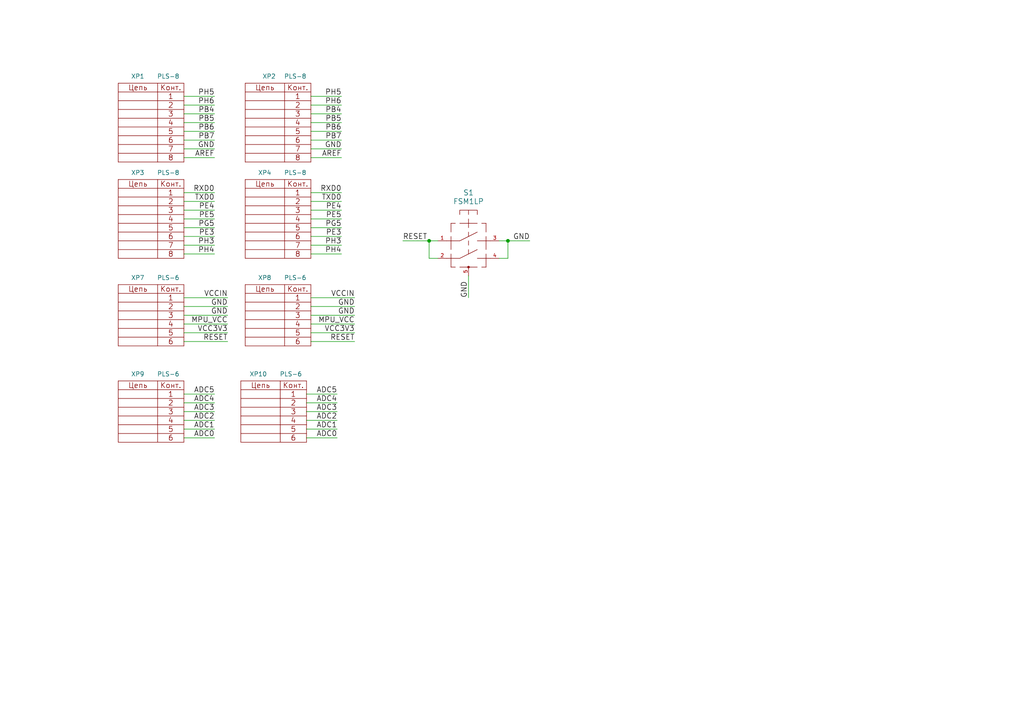
<source format=kicad_sch>
(kicad_sch (version 20211123) (generator eeschema)
  (paper "A4")
  (title_block (date "11 mar 2015"))
  (lib_symbols
    (symbol "LFbutton:button_smd_1" (pin_names (offset 1.016))
      (property "Reference" "S" (at 8.89 13.97 0))
      (property "Value" "button_smd_1" (at 8.89 11.43 0))
      (symbol "button_smd_1_0_1"
        (polyline (pts (xy 2.54 0) (xy 6.35 0)))
        (polyline (pts (xy 3.81 -7.62) (xy 5.08 -7.62)))
        (polyline (pts (xy 3.81 -3.81) (xy 3.81 -7.62)))
        (polyline (pts (xy 3.81 1.27) (xy 3.81 -2.54)))
        (polyline (pts (xy 3.81 2.54) (xy 3.81 5.08)))
        (polyline (pts (xy 3.81 5.08) (xy 5.08 5.08)))
        (polyline (pts (xy 6.35 -7.62) (xy 11.43 -7.62)))
        (polyline (pts (xy 6.35 0) (xy 11.43 2.54)))
        (polyline (pts (xy 6.35 5.08) (xy 11.43 5.08)))
        (polyline (pts (xy 6.35 8.89) (xy 6.35 7.62)))
        (polyline (pts (xy 8.89 -3.81) (xy 8.89 -2.54)))
        (polyline (pts (xy 8.89 -1.27) (xy 8.89 0)))
        (polyline (pts (xy 8.89 1.27) (xy 8.89 2.54)))
        (polyline (pts (xy 8.89 6.35) (xy 8.89 3.81)))
        (polyline (pts (xy 8.89 7.62) (xy 8.89 8.89)))
        (polyline (pts (xy 11.43 -5.08) (xy 15.24 -5.08)))
        (polyline (pts (xy 11.43 0) (xy 15.24 0)))
        (polyline (pts (xy 12.7 -7.62) (xy 13.97 -7.62)))
        (polyline (pts (xy 12.7 5.08) (xy 13.97 5.08)))
        (polyline (pts (xy 13.97 -3.81) (xy 13.97 -7.62)))
        (polyline (pts (xy 13.97 1.27) (xy 13.97 -2.54)))
        (polyline (pts (xy 13.97 2.54) (xy 13.97 5.08)))
        (polyline (pts (xy 2.54 -5.08) (xy 6.35 -5.08) (xy 11.43 -2.54)))
        (polyline (pts (xy 6.35 8.89) (xy 11.43 8.89) (xy 11.43 7.62)))
        (circle (center 8.89 -7.62) (radius 0.2794) (fill (type outline)))
      )
      (symbol "button_smd_1_1_1"
        (pin passive line (at 0 0 0) (length 2.54) (name "~") (number "1"))
        (pin passive line (at 0 -5.08 0) (length 2.54) (name "~") (number "2"))
        (pin passive line (at 17.78 0 180) (length 2.54) (name "~") (number "3"))
        (pin passive line (at 17.78 -5.08 180) (length 2.54) (name "~") (number "4"))
        (pin passive line (at 8.89 -10.16 90) (length 2.54) (name "~") (number "5"))
      )
    )
    (symbol "LFconnectors:connector_6pin_gost" (pin_numbers hide) (pin_names (offset 1.016) hide)
      (property "Reference" "X" (at 6.985 7.62 0))
      (property "Value" "connector_6pin_gost" (at -1.27 5.08 0))
      (symbol "connector_6pin_gost_0_0"
        (polyline (pts (xy 0 -13.97) (xy 19.05 -13.97)))
        (polyline (pts (xy 0 -11.43) (xy 19.05 -11.43)))
        (polyline (pts (xy 0 -8.89) (xy 19.05 -8.89)))
        (polyline (pts (xy 0 -6.35) (xy 19.05 -6.35)))
        (polyline (pts (xy 0 -3.81) (xy 19.05 -3.81)))
        (polyline (pts (xy 0 1.27) (xy 19.05 1.27)))
        (polyline (pts (xy 0 3.81) (xy 0 -13.97)))
        (polyline (pts (xy 7.62 3.81) (xy 7.62 -13.97)))
        (polyline (pts (xy 19.05 -1.27) (xy 0 -1.27)))
        (polyline (pts (xy 19.05 3.81) (xy 19.05 -13.97)))
        (text "1" (at 3.81 0 0) (effects (font (size 1.524 1.524))))
        (text "2" (at 3.81 -2.54 0) (effects (font (size 1.524 1.524))))
        (text "3" (at 3.81 -5.08 0) (effects (font (size 1.524 1.524))))
        (text "4" (at 3.81 -7.62 0) (effects (font (size 1.524 1.524))))
        (text "5" (at 3.81 -10.16 0) (effects (font (size 1.524 1.524))))
        (text "6" (at 3.81 -12.7 0) (effects (font (size 1.524 1.524))))
        (text "Конт." (at 3.81 2.54 0) (effects (font (size 1.524 1.524))))
        (text "Цепь" (at 13.335 2.54 0) (effects (font (size 1.524 1.524))))
      )
      (symbol "connector_6pin_gost_0_1"
        (polyline (pts (xy 0 3.81) (xy 19.05 3.81)))
      )
      (symbol "connector_6pin_gost_1_1"
        (pin passive line (at 0 0 0) (length 0) (name "~") (number "1"))
        (pin passive line (at 0 -2.54 0) (length 0) (name "~") (number "2"))
        (pin passive line (at 0 -5.08 0) (length 0) (name "~") (number "3"))
        (pin passive line (at 0 -7.62 0) (length 0) (name "~") (number "4"))
        (pin passive line (at 0 -10.16 0) (length 0) (name "~") (number "5"))
        (pin passive line (at 0 -12.7 0) (length 0) (name "~") (number "6"))
      )
    )
    (symbol "LFconnectors:connector_8pin_gost" (pin_numbers hide) (pin_names (offset 1.016) hide)
      (property "Reference" "X" (at 6.985 7.62 0))
      (property "Value" "connector_8pin_gost" (at -1.27 5.08 0))
      (symbol "connector_8pin_gost_0_0"
        (polyline (pts (xy 0 -19.05) (xy 0 3.81)))
        (polyline (pts (xy 0 -19.05) (xy 19.05 -19.05)))
        (polyline (pts (xy 0 -16.51) (xy 19.05 -16.51)))
        (polyline (pts (xy 0 -13.97) (xy 19.05 -13.97)))
        (polyline (pts (xy 0 -11.43) (xy 19.05 -11.43)))
        (polyline (pts (xy 0 -8.89) (xy 19.05 -8.89)))
        (polyline (pts (xy 0 -6.35) (xy 19.05 -6.35)))
        (polyline (pts (xy 0 -3.81) (xy 19.05 -3.81)))
        (polyline (pts (xy 0 1.27) (xy 19.05 1.27)))
        (polyline (pts (xy 7.62 3.81) (xy 7.62 -19.05)))
        (polyline (pts (xy 19.05 -1.27) (xy 0 -1.27)))
        (polyline (pts (xy 19.05 3.81) (xy 19.05 -19.05)))
        (text "1" (at 3.81 0 0) (effects (font (size 1.524 1.524))))
        (text "2" (at 3.81 -2.54 0) (effects (font (size 1.524 1.524))))
        (text "3" (at 3.81 -5.08 0) (effects (font (size 1.524 1.524))))
        (text "4" (at 3.81 -7.62 0) (effects (font (size 1.524 1.524))))
        (text "5" (at 3.81 -10.16 0) (effects (font (size 1.524 1.524))))
        (text "6" (at 3.81 -12.7 0) (effects (font (size 1.524 1.524))))
        (text "7" (at 3.81 -15.24 0) (effects (font (size 1.524 1.524))))
        (text "8" (at 3.81 -17.78 0) (effects (font (size 1.524 1.524))))
        (text "Конт." (at 3.81 2.54 0) (effects (font (size 1.524 1.524))))
        (text "Цепь" (at 13.335 2.54 0) (effects (font (size 1.524 1.524))))
      )
      (symbol "connector_8pin_gost_0_1"
        (polyline (pts (xy 0 3.81) (xy 19.05 3.81)))
      )
      (symbol "connector_8pin_gost_1_1"
        (pin passive line (at 0 0 0) (length 0) (name "~") (number "1"))
        (pin passive line (at 0 -2.54 0) (length 0) (name "~") (number "2"))
        (pin passive line (at 0 -5.08 0) (length 0) (name "~") (number "3"))
        (pin passive line (at 0 -7.62 0) (length 0) (name "~") (number "4"))
        (pin passive line (at 0 -10.16 0) (length 0) (name "~") (number "5"))
        (pin passive line (at 0 -12.7 0) (length 0) (name "~") (number "6"))
        (pin passive line (at 0 -15.24 0) (length 0) (name "~") (number "7"))
        (pin passive line (at 0 -17.78 0) (length 0) (name "~") (number "8"))
      )
    )
  )
  (junction (at 147.32 69.85))
  (junction (at 124.46 69.85))
  (wire (pts (xy 90.17 66.04) (xy 99.06 66.04)))
  (wire (pts (xy 53.34 86.36) (xy 66.04 86.36)))
  (wire (pts (xy 90.17 35.56) (xy 99.06 35.56)))
  (wire (pts (xy 53.34 91.44) (xy 66.04 91.44)))
  (wire (pts (xy 90.17 38.1) (xy 99.06 38.1)))
  (wire (pts (xy 53.34 116.84) (xy 62.23 116.84)))
  (wire (pts (xy 53.34 27.94) (xy 62.23 27.94)))
  (wire (pts (xy 88.9 116.84) (xy 97.79 116.84)))
  (wire (pts (xy 53.34 73.66) (xy 62.23 73.66)))
  (wire (pts (xy 90.17 93.98) (xy 102.87 93.98)))
  (wire (pts (xy 53.34 35.56) (xy 62.23 35.56)))
  (wire (pts (xy 53.34 114.3) (xy 62.23 114.3)))
  (wire (pts (xy 53.34 71.12) (xy 62.23 71.12)))
  (wire (pts (xy 53.34 33.02) (xy 62.23 33.02)))
  (wire (pts (xy 53.34 66.04) (xy 62.23 66.04)))
  (wire (pts (xy 90.17 91.44) (xy 102.87 91.44)))
  (wire (pts (xy 90.17 40.64) (xy 99.06 40.64)))
  (wire (pts (xy 90.17 99.06) (xy 102.87 99.06)))
  (wire (pts (xy 53.34 99.06) (xy 66.04 99.06)))
  (wire (pts (xy 53.34 40.64) (xy 62.23 40.64)))
  (wire (pts (xy 147.32 74.93) (xy 144.78 74.93)))
  (wire (pts (xy 53.34 119.38) (xy 62.23 119.38)))
  (wire (pts (xy 53.34 58.42) (xy 62.23 58.42)))
  (wire (pts (xy 147.32 69.85) (xy 147.32 74.93)))
  (wire (pts (xy 53.34 60.96) (xy 62.23 60.96)))
  (wire (pts (xy 53.34 30.48) (xy 62.23 30.48)))
  (wire (pts (xy 53.34 43.18) (xy 62.23 43.18)))
  (wire (pts (xy 90.17 71.12) (xy 99.06 71.12)))
  (wire (pts (xy 90.17 55.88) (xy 99.06 55.88)))
  (wire (pts (xy 90.17 43.18) (xy 99.06 43.18)))
  (wire (pts (xy 90.17 86.36) (xy 102.87 86.36)))
  (wire (pts (xy 116.84 69.85) (xy 124.46 69.85)))
  (wire (pts (xy 88.9 114.3) (xy 97.79 114.3)))
  (wire (pts (xy 53.34 96.52) (xy 66.04 96.52)))
  (wire (pts (xy 90.17 58.42) (xy 99.06 58.42)))
  (wire (pts (xy 53.34 63.5) (xy 62.23 63.5)))
  (wire (pts (xy 90.17 73.66) (xy 99.06 73.66)))
  (wire (pts (xy 90.17 60.96) (xy 99.06 60.96)))
  (wire (pts (xy 90.17 68.58) (xy 99.06 68.58)))
  (wire (pts (xy 53.34 121.92) (xy 62.23 121.92)))
  (wire (pts (xy 53.34 45.72) (xy 62.23 45.72)))
  (wire (pts (xy 144.78 69.85) (xy 147.32 69.85)))
  (wire (pts (xy 124.46 69.85) (xy 127 69.85)))
  (wire (pts (xy 90.17 96.52) (xy 102.87 96.52)))
  (wire (pts (xy 88.9 121.92) (xy 97.79 121.92)))
  (wire (pts (xy 90.17 63.5) (xy 99.06 63.5)))
  (wire (pts (xy 53.34 127) (xy 62.23 127)))
  (wire (pts (xy 53.34 88.9) (xy 66.04 88.9)))
  (wire (pts (xy 90.17 33.02) (xy 99.06 33.02)))
  (wire (pts (xy 53.34 55.88) (xy 62.23 55.88)))
  (wire (pts (xy 53.34 93.98) (xy 66.04 93.98)))
  (wire (pts (xy 124.46 74.93) (xy 124.46 69.85)))
  (wire (pts (xy 90.17 45.72) (xy 99.06 45.72)))
  (wire (pts (xy 90.17 27.94) (xy 99.06 27.94)))
  (wire (pts (xy 127 74.93) (xy 124.46 74.93)))
  (wire (pts (xy 88.9 127) (xy 97.79 127)))
  (wire (pts (xy 90.17 30.48) (xy 99.06 30.48)))
  (wire (pts (xy 135.89 80.01) (xy 135.89 86.36)))
  (wire (pts (xy 53.34 124.46) (xy 62.23 124.46)))
  (wire (pts (xy 90.17 88.9) (xy 102.87 88.9)))
  (wire (pts (xy 147.32 69.85) (xy 153.67 69.85)))
  (wire (pts (xy 88.9 124.46) (xy 97.79 124.46)))
  (wire (pts (xy 53.34 38.1) (xy 62.23 38.1)))
  (wire (pts (xy 53.34 68.58) (xy 62.23 68.58)))
  (wire (pts (xy 88.9 119.38) (xy 97.79 119.38)))
  (label "TXD0" (at 62.23 58.42 180) (effects (font (size 1.524 1.524))))
  (label "MPU_VCC" (at 66.04 93.98 180) (effects (font (size 1.524 1.524))))
  (label "GND" (at 99.06 43.18 180) (effects (font (size 1.524 1.524))))
  (label "ADC0" (at 97.79 127 180) (effects (font (size 1.524 1.524))))
  (label "RXD0" (at 62.23 55.88 180) (effects (font (size 1.524 1.524))))
  (label "GND" (at 135.89 86.36 90) (effects (font (size 1.524 1.524))))
  (label "GND" (at 153.67 69.85 180) (effects (font (size 1.524 1.524))))
  (label "PE4" (at 62.23 60.96 180) (effects (font (size 1.524 1.524))))
  (label "PB5" (at 99.06 35.56 180) (effects (font (size 1.524 1.524))))
  (label "PH3" (at 99.06 71.12 180) (effects (font (size 1.524 1.524))))
  (label "GND" (at 62.23 43.18 180) (effects (font (size 1.524 1.524))))
  (label "TXD0" (at 99.06 58.42 180) (effects (font (size 1.524 1.524))))
  (label "MPU_VCC" (at 102.87 93.98 180) (effects (font (size 1.524 1.524))))
  (label "ADC4" (at 97.79 116.84 180) (effects (font (size 1.524 1.524))))
  (label "ADC1" (at 62.23 124.46 180) (effects (font (size 1.524 1.524))))
  (label "PE5" (at 62.23 63.5 180) (effects (font (size 1.524 1.524))))
  (label "RESET" (at 102.87 99.06 180) (effects (font (size 1.524 1.524))))
  (label "ADC2" (at 97.79 121.92 180) (effects (font (size 1.524 1.524))))
  (label "VCC3V3" (at 66.04 96.52 180) (effects (font (size 1.524 1.524))))
  (label "PE4" (at 99.06 60.96 180) (effects (font (size 1.524 1.524))))
  (label "PB4" (at 99.06 33.02 180) (effects (font (size 1.524 1.524))))
  (label "GND" (at 102.87 91.44 180) (effects (font (size 1.524 1.524))))
  (label "PB5" (at 62.23 35.56 180) (effects (font (size 1.524 1.524))))
  (label "PH6" (at 99.06 30.48 180) (effects (font (size 1.524 1.524))))
  (label "RXD0" (at 99.06 55.88 180) (effects (font (size 1.524 1.524))))
  (label "PH4" (at 99.06 73.66 180) (effects (font (size 1.524 1.524))))
  (label "RESET" (at 116.84 69.85 0) (effects (font (size 1.524 1.524))))
  (label "ADC3" (at 62.23 119.38 180) (effects (font (size 1.524 1.524))))
  (label "PB4" (at 62.23 33.02 180) (effects (font (size 1.524 1.524))))
  (label "ADC2" (at 62.23 121.92 180) (effects (font (size 1.524 1.524))))
  (label "AREF" (at 99.06 45.72 180) (effects (font (size 1.524 1.524))))
  (label "PG5" (at 99.06 66.04 180) (effects (font (size 1.524 1.524))))
  (label "GND" (at 66.04 91.44 180) (effects (font (size 1.524 1.524))))
  (label "PB7" (at 62.23 40.64 180) (effects (font (size 1.524 1.524))))
  (label "ADC1" (at 97.79 124.46 180) (effects (font (size 1.524 1.524))))
  (label "PE3" (at 99.06 68.58 180) (effects (font (size 1.524 1.524))))
  (label "PH4" (at 62.23 73.66 180) (effects (font (size 1.524 1.524))))
  (label "ADC5" (at 62.23 114.3 180) (effects (font (size 1.524 1.524))))
  (label "PB6" (at 62.23 38.1 180) (effects (font (size 1.524 1.524))))
  (label "PE5" (at 99.06 63.5 180) (effects (font (size 1.524 1.524))))
  (label "PH5" (at 62.23 27.94 180) (effects (font (size 1.524 1.524))))
  (label "ADC3" (at 97.79 119.38 180) (effects (font (size 1.524 1.524))))
  (label "GND" (at 66.04 88.9 180) (effects (font (size 1.524 1.524))))
  (label "PG5" (at 62.23 66.04 180) (effects (font (size 1.524 1.524))))
  (label "ADC0" (at 62.23 127 180) (effects (font (size 1.524 1.524))))
  (label "PB7" (at 99.06 40.64 180) (effects (font (size 1.524 1.524))))
  (label "ADC5" (at 97.79 114.3 180) (effects (font (size 1.524 1.524))))
  (label "PH6" (at 62.23 30.48 180) (effects (font (size 1.524 1.524))))
  (label "VCCIN" (at 66.04 86.36 180) (effects (font (size 1.524 1.524))))
  (label "PH5" (at 99.06 27.94 180) (effects (font (size 1.524 1.524))))
  (label "RESET" (at 66.04 99.06 180) (effects (font (size 1.524 1.524))))
  (label "VCCIN" (at 102.87 86.36 180) (effects (font (size 1.524 1.524))))
  (label "PE3" (at 62.23 68.58 180) (effects (font (size 1.524 1.524))))
  (label "PH3" (at 62.23 71.12 180) (effects (font (size 1.524 1.524))))
  (label "AREF" (at 62.23 45.72 180) (effects (font (size 1.524 1.524))))
  (label "PB6" (at 99.06 38.1 180) (effects (font (size 1.524 1.524))))
  (label "GND" (at 102.87 88.9 180) (effects (font (size 1.524 1.524))))
  (label "VCC3V3" (at 102.87 96.52 180) (effects (font (size 1.524 1.524))))
  (label "ADC4" (at 62.23 116.84 180) (effects (font (size 1.524 1.524))))
  (symbol (lib_id "LFconnectors:connector_8pin_gost") (at 53.34 27.94 0) (mirror y) (unit 1)
    (property "Reference" "XP1" (at 41.91 22.86 0) (effects (justify left bottom)))
    (property "Value" "PLS-8" (at 52.07 22.86 0) (effects (justify left bottom)))
    (property "Footprint" "IWconnectors:PIN_ARRAY_8x1" (effects hide))
  )
  (symbol (lib_id "LFconnectors:connector_8pin_gost") (at 90.17 27.94 0) (mirror y) (unit 1)
    (property "Reference" "XP2" (at 80.01 22.86 0) (effects (justify left bottom)))
    (property "Value" "PLS-8" (at 88.9 22.86 0) (effects (justify left bottom)))
    (property "Footprint" "IWconnectors:PIN_ARRAY_8x1" (effects hide))
  )
  (symbol (lib_id "LFconnectors:connector_8pin_gost") (at 53.34 55.88 0) (mirror y) (unit 1)
    (property "Reference" "XP3" (at 41.91 50.8 0) (effects (justify left bottom)))
    (property "Value" "PLS-8" (at 52.07 50.8 0) (effects (justify left bottom)))
    (property "Footprint" "IWconnectors:PIN_ARRAY_8x1" (effects hide))
  )
  (symbol (lib_id "LFconnectors:connector_8pin_gost") (at 90.17 55.88 0) (mirror y) (unit 1)
    (property "Reference" "XP4" (at 78.74 50.8 0) (effects (justify left bottom)))
    (property "Value" "PLS-8" (at 88.9 50.8 0) (effects (justify left bottom)))
    (property "Footprint" "IWconnectors:PIN_ARRAY_8x1" (effects hide))
  )
  (symbol (lib_id "LFbutton:button_smd_1") (at 127 69.85 0) (unit 1)
    (property "Reference" "S1" (at 135.89 55.88 0) (effects (font (size 1.524 1.524))))
    (property "Value" "FSM1LP" (at 135.89 58.42 0) (effects (font (size 1.524 1.524))))
    (property "Footprint" "IWsmd_case:SWD_BUTTON" (effects hide))
  )
  (symbol (lib_id "LFconnectors:connector_6pin_gost") (at 53.34 114.3 0) (mirror y) (unit 1)
    (property "Reference" "XP9" (at 41.91 109.22 0) (effects (justify left bottom)))
    (property "Value" "PLS-6" (at 52.07 109.22 0) (effects (justify left bottom)))
    (property "Footprint" "IWconnectors:PIN_ARRAY_6x1" (effects hide))
  )
  (symbol (lib_id "LFconnectors:connector_6pin_gost") (at 53.34 86.36 0) (mirror y) (unit 1)
    (property "Reference" "XP7" (at 41.91 81.28 0) (effects (justify left bottom)))
    (property "Value" "PLS-6" (at 52.07 81.28 0) (effects (justify left bottom)))
    (property "Footprint" "IWconnectors:PIN_ARRAY_6x1" (effects hide))
  )
  (symbol (lib_id "LFconnectors:connector_6pin_gost") (at 88.9 114.3 0) (mirror y) (unit 1)
    (property "Reference" "XP10" (at 77.47 109.22 0) (effects (justify left bottom)))
    (property "Value" "PLS-6" (at 87.63 109.22 0) (effects (justify left bottom)))
    (property "Footprint" "IWconnectors:PIN_ARRAY_6x1" (effects hide))
  )
  (symbol (lib_id "LFconnectors:connector_6pin_gost") (at 90.17 86.36 0) (mirror y) (unit 1)
    (property "Reference" "XP8" (at 78.74 81.28 0) (effects (justify left bottom)))
    (property "Value" "PLS-6" (at 88.9 81.28 0) (effects (justify left bottom)))
    (property "Footprint" "IWconnectors:PIN_ARRAY_6x1" (effects hide))
  )
)
</source>
